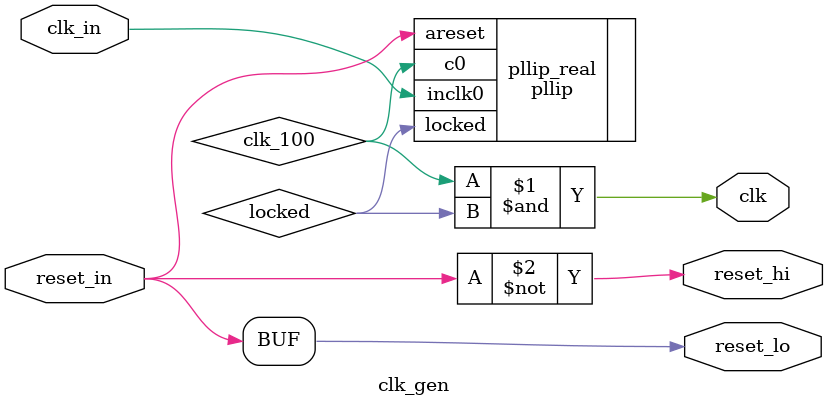
<source format=v>
`include "gen_defines.v"
module clk_gen(
input clk_in,
input reset_in,
output clk,
output reset_hi,
output reset_lo
);

//pll 50到100
wire locked;
wire clk_100;
pllip pllip_real(
	.areset(reset_in),
	.inclk0(clk_in), 
	.c0(clk_100),
	.locked(locked)
	);
assign clk=clk_100&locked;

//复位信号
assign reset_hi = ~reset_in;
assign reset_lo = reset_in;
endmodule

</source>
